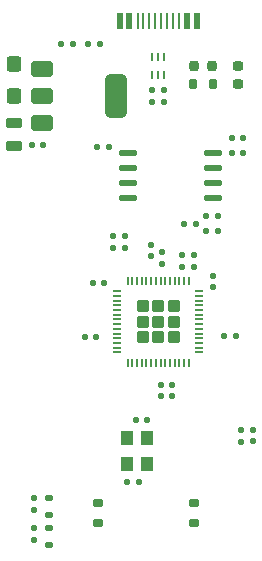
<source format=gbr>
%TF.GenerationSoftware,KiCad,Pcbnew,8.0.4*%
%TF.CreationDate,2024-11-26T16:04:15+06:30*%
%TF.ProjectId,RP2040_DevBoard,52503230-3430-45f4-9465-76426f617264,1.0*%
%TF.SameCoordinates,PX791ddc0PY791ddc0*%
%TF.FileFunction,Paste,Top*%
%TF.FilePolarity,Positive*%
%FSLAX46Y46*%
G04 Gerber Fmt 4.6, Leading zero omitted, Abs format (unit mm)*
G04 Created by KiCad (PCBNEW 8.0.4) date 2024-11-26 16:04:15*
%MOMM*%
%LPD*%
G01*
G04 APERTURE LIST*
G04 Aperture macros list*
%AMRoundRect*
0 Rectangle with rounded corners*
0 $1 Rounding radius*
0 $2 $3 $4 $5 $6 $7 $8 $9 X,Y pos of 4 corners*
0 Add a 4 corners polygon primitive as box body*
4,1,4,$2,$3,$4,$5,$6,$7,$8,$9,$2,$3,0*
0 Add four circle primitives for the rounded corners*
1,1,$1+$1,$2,$3*
1,1,$1+$1,$4,$5*
1,1,$1+$1,$6,$7*
1,1,$1+$1,$8,$9*
0 Add four rect primitives between the rounded corners*
20,1,$1+$1,$2,$3,$4,$5,0*
20,1,$1+$1,$4,$5,$6,$7,0*
20,1,$1+$1,$6,$7,$8,$9,0*
20,1,$1+$1,$8,$9,$2,$3,0*%
G04 Aperture macros list end*
%ADD10RoundRect,0.115000X-0.115000X-0.145000X0.115000X-0.145000X0.115000X0.145000X-0.115000X0.145000X0*%
%ADD11RoundRect,0.110000X0.110000X0.160000X-0.110000X0.160000X-0.110000X-0.160000X0.110000X-0.160000X0*%
%ADD12RoundRect,0.200000X-0.200000X-0.225000X0.200000X-0.225000X0.200000X0.225000X-0.200000X0.225000X0*%
%ADD13RoundRect,0.115000X-0.145000X0.115000X-0.145000X-0.115000X0.145000X-0.115000X0.145000X0.115000X0*%
%ADD14RoundRect,0.110000X0.160000X-0.110000X0.160000X0.110000X-0.160000X0.110000X-0.160000X-0.110000X0*%
%ADD15RoundRect,0.110000X-0.160000X0.110000X-0.160000X-0.110000X0.160000X-0.110000X0.160000X0.110000X0*%
%ADD16RoundRect,0.175000X-0.250000X0.175000X-0.250000X-0.175000X0.250000X-0.175000X0.250000X0.175000X0*%
%ADD17RoundRect,0.125000X0.175000X-0.125000X0.175000X0.125000X-0.175000X0.125000X-0.175000X-0.125000X0*%
%ADD18R,1.100000X1.300000*%
%ADD19RoundRect,0.115000X0.115000X0.145000X-0.115000X0.145000X-0.115000X-0.145000X0.115000X-0.145000X0*%
%ADD20RoundRect,0.175000X-0.175000X-0.250000X0.175000X-0.250000X0.175000X0.250000X-0.175000X0.250000X0*%
%ADD21RoundRect,0.125000X-0.625000X-0.125000X0.625000X-0.125000X0.625000X0.125000X-0.625000X0.125000X0*%
%ADD22RoundRect,0.193750X-0.231250X0.193750X-0.231250X-0.193750X0.231250X-0.193750X0.231250X0.193750X0*%
%ADD23RoundRect,0.225000X-0.450000X0.225000X-0.450000X-0.225000X0.450000X-0.225000X0.450000X0.225000X0*%
%ADD24RoundRect,0.110000X-0.110000X-0.160000X0.110000X-0.160000X0.110000X0.160000X-0.110000X0.160000X0*%
%ADD25R,0.500000X1.350000*%
%ADD26R,0.200000X1.350000*%
%ADD27RoundRect,0.115000X0.145000X-0.115000X0.145000X0.115000X-0.145000X0.115000X-0.145000X-0.115000X0*%
%ADD28RoundRect,0.350000X-0.600000X-0.350000X0.600000X-0.350000X0.600000X0.350000X-0.600000X0.350000X0*%
%ADD29RoundRect,0.475000X-0.475000X-1.375000X0.475000X-1.375000X0.475000X1.375000X-0.475000X1.375000X0*%
%ADD30RoundRect,0.231481X0.393519X-0.418519X0.393519X0.418519X-0.393519X0.418519X-0.393519X-0.418519X0*%
%ADD31RoundRect,0.060000X-0.060000X0.240000X-0.060000X-0.240000X0.060000X-0.240000X0.060000X0.240000X0*%
%ADD32RoundRect,0.250000X-0.285000X-0.285000X0.285000X-0.285000X0.285000X0.285000X-0.285000X0.285000X0*%
%ADD33RoundRect,0.025000X-0.325000X-0.025000X0.325000X-0.025000X0.325000X0.025000X-0.325000X0.025000X0*%
%ADD34RoundRect,0.025000X-0.025000X-0.325000X0.025000X-0.325000X0.025000X0.325000X-0.025000X0.325000X0*%
G04 APERTURE END LIST*
D10*
%TO.C,C13*%
X11585000Y26365200D03*
X12545000Y26365200D03*
%TD*%
D11*
%TO.C,R9*%
X10543000Y51181000D03*
X9523000Y51181000D03*
%TD*%
D12*
%TO.C,C14*%
X20815000Y49276000D03*
X22365000Y49276000D03*
%TD*%
D13*
%TO.C,C1*%
X25808400Y18491200D03*
X25808400Y17531200D03*
%TD*%
D11*
%TO.C,R8*%
X20957000Y35941000D03*
X19937000Y35941000D03*
%TD*%
D14*
%TO.C,R11*%
X7239000Y9142000D03*
X7239000Y10162000D03*
%TD*%
D15*
%TO.C,R5*%
X13970000Y34927000D03*
X13970000Y33907000D03*
%TD*%
D14*
%TO.C,R1*%
X24790400Y17471200D03*
X24790400Y18491200D03*
%TD*%
D16*
%TO.C,R12*%
X12700000Y12255000D03*
X12700000Y10605000D03*
%TD*%
D17*
%TO.C,D2*%
X8509000Y12702000D03*
X8509000Y11302000D03*
%TD*%
D15*
%TO.C,R2*%
X17272000Y47246000D03*
X17272000Y46226000D03*
%TD*%
D18*
%TO.C,Y1*%
X16852000Y15613200D03*
X16852000Y17813200D03*
X15152000Y17813200D03*
X15152000Y15613200D03*
%TD*%
D15*
%TO.C,R6*%
X14986000Y34927000D03*
X14986000Y33907000D03*
%TD*%
D19*
%TO.C,C2*%
X16852000Y19337200D03*
X15892000Y19337200D03*
%TD*%
D11*
%TO.C,R4*%
X22862000Y36576000D03*
X21842000Y36576000D03*
%TD*%
D19*
%TO.C,C11*%
X24330600Y26416000D03*
X23370600Y26416000D03*
%TD*%
D16*
%TO.C,R13*%
X20828000Y12255000D03*
X20828000Y10605000D03*
%TD*%
D19*
%TO.C,C19*%
X24991000Y41910000D03*
X24031000Y41910000D03*
%TD*%
D20*
%TO.C,R16*%
X20765000Y47752000D03*
X22415000Y47752000D03*
%TD*%
D21*
%TO.C,U4*%
X15196000Y41910000D03*
X15196000Y40640000D03*
X15196000Y39370000D03*
X15196000Y38100000D03*
X22396000Y38100000D03*
X22396000Y39370000D03*
X22396000Y40640000D03*
X22396000Y41910000D03*
%TD*%
D22*
%TO.C,D3*%
X24511000Y49301500D03*
X24511000Y47726500D03*
%TD*%
D23*
%TO.C,C16*%
X5588000Y44436000D03*
X5588000Y42536000D03*
%TD*%
D13*
%TO.C,C8*%
X20830000Y33246000D03*
X20830000Y32286000D03*
%TD*%
D15*
%TO.C,R3*%
X18288000Y47246000D03*
X18288000Y46226000D03*
%TD*%
D13*
%TO.C,C5*%
X19830000Y33246000D03*
X19830000Y32286000D03*
%TD*%
%TO.C,C7*%
X18135600Y33500000D03*
X18135600Y32540000D03*
%TD*%
D24*
%TO.C,R15*%
X12571000Y42418000D03*
X13591000Y42418000D03*
%TD*%
D25*
%TO.C,J1*%
X21030000Y53105000D03*
X20230000Y53105000D03*
D26*
X19030000Y53105000D03*
X18030000Y53105000D03*
X17530000Y53105000D03*
X16530000Y53105000D03*
D25*
X15330000Y53105000D03*
X14530000Y53105000D03*
X14530000Y53105000D03*
X15330000Y53105000D03*
D26*
X16030000Y53105000D03*
X17030000Y53105000D03*
X18530000Y53105000D03*
X19530000Y53105000D03*
D25*
X20230000Y53105000D03*
X21030000Y53105000D03*
%TD*%
D10*
%TO.C,C12*%
X12220000Y30937200D03*
X13180000Y30937200D03*
%TD*%
D27*
%TO.C,C4*%
X18948400Y21313200D03*
X18948400Y22273200D03*
%TD*%
D14*
%TO.C,R14*%
X7239000Y11682000D03*
X7239000Y12702000D03*
%TD*%
D11*
%TO.C,R10*%
X12829000Y51181000D03*
X11809000Y51181000D03*
%TD*%
D17*
%TO.C,D1*%
X8509000Y10162000D03*
X8509000Y8762000D03*
%TD*%
D28*
%TO.C,U3*%
X7899000Y49036000D03*
X7899000Y46736000D03*
D29*
X14199000Y46736000D03*
D28*
X7899000Y44436000D03*
%TD*%
D13*
%TO.C,C6*%
X17145000Y34135000D03*
X17145000Y33175000D03*
%TD*%
D30*
%TO.C,C17*%
X5537200Y46736000D03*
X5537200Y49436000D03*
%TD*%
D27*
%TO.C,C9*%
X17983200Y21313200D03*
X17983200Y22273200D03*
%TD*%
D10*
%TO.C,C3*%
X15152800Y14104800D03*
X16112800Y14104800D03*
%TD*%
D31*
%TO.C,U2*%
X18280000Y50026000D03*
X17780000Y50026000D03*
X17280000Y50026000D03*
X17280000Y48526000D03*
X17780000Y48526000D03*
X18280000Y48526000D03*
%TD*%
D13*
%TO.C,C10*%
X22402800Y31518800D03*
X22402800Y30558800D03*
%TD*%
D32*
%TO.C,U1*%
X16450000Y28965200D03*
X16450000Y27635200D03*
X16450000Y26305200D03*
X17780000Y28965200D03*
X17780000Y27635200D03*
X17780000Y26305200D03*
X19110000Y28965200D03*
X19110000Y27635200D03*
X19110000Y26305200D03*
D33*
X14330000Y30235200D03*
X14330000Y29835200D03*
X14330000Y29435200D03*
X14330000Y29035200D03*
X14330000Y28635200D03*
X14330000Y28235200D03*
X14330000Y27835200D03*
X14330000Y27435200D03*
X14330000Y27035200D03*
X14330000Y26635200D03*
X14330000Y26235200D03*
X14330000Y25835200D03*
X14330000Y25435200D03*
X14330000Y25035200D03*
D34*
X15180000Y24185200D03*
X15580000Y24185200D03*
X15980000Y24185200D03*
X16380000Y24185200D03*
X16780000Y24185200D03*
X17180000Y24185200D03*
X17580000Y24185200D03*
X17980000Y24185200D03*
X18380000Y24185200D03*
X18780000Y24185200D03*
X19180000Y24185200D03*
X19580000Y24185200D03*
X19980000Y24185200D03*
X20380000Y24185200D03*
D33*
X21230000Y25035200D03*
X21230000Y25435200D03*
X21230000Y25835200D03*
X21230000Y26235200D03*
X21230000Y26635200D03*
X21230000Y27035200D03*
X21230000Y27435200D03*
X21230000Y27835200D03*
X21230000Y28235200D03*
X21230000Y28635200D03*
X21230000Y29035200D03*
X21230000Y29435200D03*
X21230000Y29835200D03*
X21230000Y30235200D03*
D34*
X20380000Y31085200D03*
X19980000Y31085200D03*
X19580000Y31085200D03*
X19180000Y31085200D03*
X18780000Y31085200D03*
X18380000Y31085200D03*
X17980000Y31085200D03*
X17580000Y31085200D03*
X17180000Y31085200D03*
X16780000Y31085200D03*
X16380000Y31085200D03*
X15980000Y31085200D03*
X15580000Y31085200D03*
X15180000Y31085200D03*
%TD*%
D11*
%TO.C,R7*%
X22862000Y35306000D03*
X21842000Y35306000D03*
%TD*%
D10*
%TO.C,C18*%
X24031000Y43180000D03*
X24991000Y43180000D03*
%TD*%
D19*
%TO.C,C15*%
X8049200Y42595800D03*
X7089200Y42595800D03*
%TD*%
M02*

</source>
